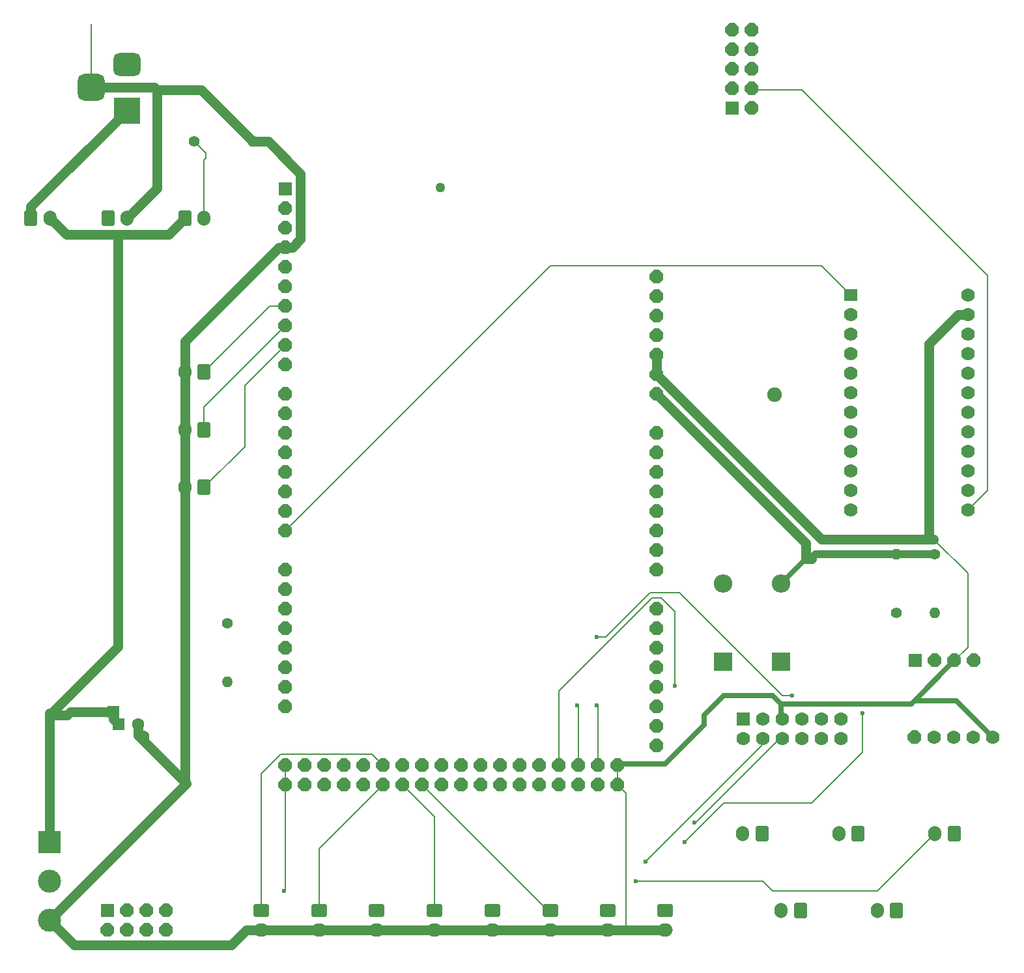
<source format=gbr>
%TF.GenerationSoftware,KiCad,Pcbnew,8.0.5*%
%TF.CreationDate,2024-10-16T12:35:09-06:00*%
%TF.ProjectId,main V4,6d61696e-2056-4342-9e6b-696361645f70,rev?*%
%TF.SameCoordinates,Original*%
%TF.FileFunction,Copper,L2,Inr*%
%TF.FilePolarity,Positive*%
%FSLAX46Y46*%
G04 Gerber Fmt 4.6, Leading zero omitted, Abs format (unit mm)*
G04 Created by KiCad (PCBNEW 8.0.5) date 2024-10-16 12:35:09*
%MOMM*%
%LPD*%
G01*
G04 APERTURE LIST*
G04 Aperture macros list*
%AMRoundRect*
0 Rectangle with rounded corners*
0 $1 Rounding radius*
0 $2 $3 $4 $5 $6 $7 $8 $9 X,Y pos of 4 corners*
0 Add a 4 corners polygon primitive as box body*
4,1,4,$2,$3,$4,$5,$6,$7,$8,$9,$2,$3,0*
0 Add four circle primitives for the rounded corners*
1,1,$1+$1,$2,$3*
1,1,$1+$1,$4,$5*
1,1,$1+$1,$6,$7*
1,1,$1+$1,$8,$9*
0 Add four rect primitives between the rounded corners*
20,1,$1+$1,$2,$3,$4,$5,0*
20,1,$1+$1,$4,$5,$6,$7,0*
20,1,$1+$1,$6,$7,$8,$9,0*
20,1,$1+$1,$8,$9,$2,$3,0*%
%AMOutline5P*
0 Free polygon, 5 corners , with rotation*
0 The origin of the aperture is its center*
0 number of corners: always 5*
0 $1 to $10 corner X, Y*
0 $11 Rotation angle, in degrees counterclockwise*
0 create outline with 5 corners*
4,1,5,$1,$2,$3,$4,$5,$6,$7,$8,$9,$10,$1,$2,$11*%
%AMOutline6P*
0 Free polygon, 6 corners , with rotation*
0 The origin of the aperture is its center*
0 number of corners: always 6*
0 $1 to $12 corner X, Y*
0 $13 Rotation angle, in degrees counterclockwise*
0 create outline with 6 corners*
4,1,6,$1,$2,$3,$4,$5,$6,$7,$8,$9,$10,$11,$12,$1,$2,$13*%
%AMOutline7P*
0 Free polygon, 7 corners , with rotation*
0 The origin of the aperture is its center*
0 number of corners: always 7*
0 $1 to $14 corner X, Y*
0 $15 Rotation angle, in degrees counterclockwise*
0 create outline with 7 corners*
4,1,7,$1,$2,$3,$4,$5,$6,$7,$8,$9,$10,$11,$12,$13,$14,$1,$2,$15*%
%AMOutline8P*
0 Free polygon, 8 corners , with rotation*
0 The origin of the aperture is its center*
0 number of corners: always 8*
0 $1 to $16 corner X, Y*
0 $17 Rotation angle, in degrees counterclockwise*
0 create outline with 8 corners*
4,1,8,$1,$2,$3,$4,$5,$6,$7,$8,$9,$10,$11,$12,$13,$14,$15,$16,$1,$2,$17*%
G04 Aperture macros list end*
%TA.AperFunction,Conductor*%
%ADD10C,0.200000*%
%TD*%
%TA.AperFunction,Conductor*%
%ADD11C,0.635000*%
%TD*%
%TA.AperFunction,ComponentPad*%
%ADD12R,1.600000X1.600000*%
%TD*%
%TA.AperFunction,ComponentPad*%
%ADD13C,1.600000*%
%TD*%
%TA.AperFunction,ComponentPad*%
%ADD14R,1.778000X1.778000*%
%TD*%
%TA.AperFunction,ComponentPad*%
%ADD15Outline8P,-0.889000X0.368236X-0.368236X0.889000X0.368236X0.889000X0.889000X0.368236X0.889000X-0.368236X0.368236X-0.889000X-0.368236X-0.889000X-0.889000X-0.368236X0.000000*%
%TD*%
%TA.AperFunction,ComponentPad*%
%ADD16R,3.500000X3.500000*%
%TD*%
%TA.AperFunction,ComponentPad*%
%ADD17RoundRect,0.750000X-1.000000X0.750000X-1.000000X-0.750000X1.000000X-0.750000X1.000000X0.750000X0*%
%TD*%
%TA.AperFunction,ComponentPad*%
%ADD18RoundRect,0.875000X-0.875000X0.875000X-0.875000X-0.875000X0.875000X-0.875000X0.875000X0.875000X0*%
%TD*%
%TA.AperFunction,ComponentPad*%
%ADD19RoundRect,0.250000X-0.750000X0.600000X-0.750000X-0.600000X0.750000X-0.600000X0.750000X0.600000X0*%
%TD*%
%TA.AperFunction,ComponentPad*%
%ADD20O,2.000000X1.700000*%
%TD*%
%TA.AperFunction,ComponentPad*%
%ADD21C,1.400000*%
%TD*%
%TA.AperFunction,ComponentPad*%
%ADD22O,1.400000X1.400000*%
%TD*%
%TA.AperFunction,ComponentPad*%
%ADD23RoundRect,0.250000X-0.600000X-0.750000X0.600000X-0.750000X0.600000X0.750000X-0.600000X0.750000X0*%
%TD*%
%TA.AperFunction,ComponentPad*%
%ADD24O,1.700000X2.000000*%
%TD*%
%TA.AperFunction,ComponentPad*%
%ADD25RoundRect,0.250000X0.600000X0.750000X-0.600000X0.750000X-0.600000X-0.750000X0.600000X-0.750000X0*%
%TD*%
%TA.AperFunction,ComponentPad*%
%ADD26Outline8P,-0.889000X0.368236X-0.368236X0.889000X0.368236X0.889000X0.889000X0.368236X0.889000X-0.368236X0.368236X-0.889000X-0.368236X-0.889000X-0.889000X-0.368236X90.000000*%
%TD*%
%TA.AperFunction,ComponentPad*%
%ADD27R,2.400000X2.400000*%
%TD*%
%TA.AperFunction,ComponentPad*%
%ADD28O,2.400000X2.400000*%
%TD*%
%TA.AperFunction,ComponentPad*%
%ADD29C,1.778000*%
%TD*%
%TA.AperFunction,ComponentPad*%
%ADD30R,3.000000X3.000000*%
%TD*%
%TA.AperFunction,ComponentPad*%
%ADD31C,3.000000*%
%TD*%
%TA.AperFunction,ComponentPad*%
%ADD32Outline8P,-0.889000X0.368236X-0.368236X0.889000X0.368236X0.889000X0.889000X0.368236X0.889000X-0.368236X0.368236X-0.889000X-0.368236X-0.889000X-0.889000X-0.368236X180.000000*%
%TD*%
%TA.AperFunction,ComponentPad*%
%ADD33C,1.905000*%
%TD*%
%TA.AperFunction,ComponentPad*%
%ADD34R,1.778000X1.524000*%
%TD*%
%TA.AperFunction,ViaPad*%
%ADD35C,1.270000*%
%TD*%
%TA.AperFunction,ViaPad*%
%ADD36C,0.600000*%
%TD*%
%TA.AperFunction,Conductor*%
%ADD37C,1.270000*%
%TD*%
%TA.AperFunction,Conductor*%
%ADD38C,1.016000*%
%TD*%
G04 APERTURE END LIST*
D10*
%TO.N,GND*%
X78740000Y-50800000D02*
X78422500Y-50482500D01*
X78740000Y-50800000D02*
X77470000Y-49530000D01*
X78105000Y-50165000D02*
X78740000Y-50800000D01*
X78740000Y-52070000D02*
X77470000Y-49530000D01*
X78105000Y-50165000D02*
X78740000Y-52070000D01*
D11*
X146050000Y-138430000D02*
X151130000Y-138430000D01*
%TD*%
D12*
%TO.N,/5V*%
%TO.C,C2*%
X80740126Y-131674000D03*
X81411063Y-133274000D03*
D13*
%TO.N,GND*%
X83911063Y-133274000D03*
X84582000Y-134874000D03*
%TD*%
D14*
%TO.N,Net-(R2-Pad1)*%
%TO.C,U$2*%
X184960000Y-125000000D03*
D15*
%TO.N,Net-(R3-Pad2)*%
X187500000Y-125000000D03*
%TO.N,GND*%
X190040000Y-125000000D03*
%TO.N,/5V*%
X192580000Y-125000000D03*
%TD*%
D16*
%TO.N,/RAW_IN*%
%TO.C,J1*%
X82500000Y-53500000D03*
D17*
%TO.N,unconnected-(J1-Pad2)*%
X82500000Y-47500000D03*
D18*
%TO.N,GND*%
X77800000Y-50500000D03*
%TD*%
D19*
%TO.N,Net-(SW6A-S)*%
%TO.C,SW6*%
X137500000Y-157500000D03*
D20*
%TO.N,GND*%
X137500000Y-160000000D03*
%TD*%
D19*
%TO.N,Net-(SW4A-S)*%
%TO.C,SW4*%
X122450000Y-157500000D03*
D20*
%TO.N,GND*%
X122450000Y-160000000D03*
%TD*%
D19*
%TO.N,Net-(SW1A-S)*%
%TO.C,SW1*%
X99950000Y-157500000D03*
D20*
%TO.N,GND*%
X99950000Y-160000000D03*
%TD*%
D21*
%TO.N,Net-(R2-Pad1)*%
%TO.C,R2*%
X182500000Y-118810000D03*
D22*
%TO.N,/5V*%
X182500000Y-111190000D03*
%TD*%
D23*
%TO.N,/5V*%
%TO.C,POWER_LED0*%
X90000000Y-67500000D03*
D24*
%TO.N,Net-(POWER_LED0B-S)*%
X92500000Y-67500000D03*
%TD*%
D25*
%TO.N,Net-(JACK_CON3A-S)*%
%TO.C,JACK_CON3*%
X177500000Y-147500000D03*
D24*
%TO.N,Net-(JACK_CON3B-S)*%
X175000000Y-147500000D03*
%TD*%
D25*
%TO.N,Net-(JACK_CON1A-S)*%
%TO.C,JACK_CON1*%
X165000000Y-147500000D03*
D24*
%TO.N,Net-(JACK_CON1B-S)*%
X162500000Y-147500000D03*
%TD*%
D25*
%TO.N,Net-(SECTION_2_BUTTON0A-KL)*%
%TO.C,SECTION_2_BUTTON0*%
X92500000Y-95000000D03*
D24*
%TO.N,GND*%
X90000000Y-95000000D03*
%TD*%
D19*
%TO.N,Net-(SW5A-S)*%
%TO.C,SW5*%
X129950000Y-157500000D03*
D20*
%TO.N,GND*%
X129950000Y-160000000D03*
%TD*%
D23*
%TO.N,/RESET*%
%TO.C,RESET0*%
X80000000Y-67500000D03*
D24*
%TO.N,GND*%
X82500000Y-67500000D03*
%TD*%
D23*
%TO.N,/RAW_IN*%
%TO.C,PWR_IN0*%
X70000000Y-67500000D03*
D24*
%TO.N,/5V*%
X72500000Y-67500000D03*
%TD*%
D26*
%TO.N,unconnected-(11-Pad3V3)*%
%TO.C,11*%
X163703000Y-43053000D03*
%TO.N,/5V*%
X161163000Y-43053000D03*
D14*
%TO.N,GND*%
X161163000Y-53213000D03*
D26*
X161163000Y-45593000D03*
%TO.N,unconnected-(11-PadINT)*%
X161163000Y-50673000D03*
%TO.N,Net-(U1-12)*%
X163703000Y-45593000D03*
%TO.N,Net-(U1-11)*%
X163703000Y-48133000D03*
%TO.N,/RESET*%
X161163000Y-48133000D03*
%TO.N,Net-(U1-13)*%
X163703000Y-53213000D03*
%TO.N,Net-(U1-10)*%
X163703000Y-50673000D03*
%TD*%
D27*
%TO.N,Net-(D2-K)*%
%TO.C,D2*%
X160000000Y-125160000D03*
D28*
%TO.N,/3V3*%
X160000000Y-115000000D03*
%TD*%
D19*
%TO.N,Net-(SW3A-S)*%
%TO.C,SW3*%
X114950000Y-157500000D03*
D20*
%TO.N,GND*%
X114950000Y-160000000D03*
%TD*%
D25*
%TO.N,Net-(JACK_CON5A-S)*%
%TO.C,JACK_CON5*%
X190000000Y-147500000D03*
D24*
%TO.N,Net-(JACK_CON5B-S)*%
X187500000Y-147500000D03*
%TD*%
D21*
%TO.N,Net-(Neopixel Resistor1-Pad1)*%
%TO.C,Neopixel Resistor*%
X95504000Y-120142000D03*
D22*
%TO.N,Net-(X1B-KL)*%
X95504000Y-127762000D03*
%TD*%
D19*
%TO.N,Net-(SW2A-S)*%
%TO.C,SW2*%
X107450000Y-157500000D03*
D20*
%TO.N,GND*%
X107450000Y-160000000D03*
%TD*%
D14*
%TO.N,Net-(D2-K)*%
%TO.C,C1*%
X162560000Y-132588000D03*
D29*
%TO.N,Net-(D1-K)*%
X165100000Y-132588000D03*
%TO.N,GND*%
X167640000Y-132588000D03*
%TO.N,/MISO*%
X172720000Y-135128000D03*
%TO.N,/MOSI*%
X172720000Y-132588000D03*
%TO.N,/RESET*%
X175260000Y-132588000D03*
%TO.N,/SCK*%
X170180000Y-132588000D03*
%TO.N,/D48*%
X170180000Y-135128000D03*
%TO.N,/D2*%
X162560000Y-135128000D03*
%TO.N,/D53*%
X167640000Y-135128000D03*
%TO.N,Net-(C1-PadTFT_DC)*%
X165100000Y-135128000D03*
%TO.N,/Touch_CS*%
X175260000Y-135128000D03*
%TD*%
D21*
%TO.N,Net-(POWER_LED0B-S)*%
%TO.C,R1*%
X91190000Y-57500000D03*
D22*
%TO.N,GND*%
X98810000Y-57500000D03*
%TD*%
D19*
%TO.N,Net-(SW8A-S)*%
%TO.C,SW8*%
X152450000Y-157500000D03*
D20*
%TO.N,GND*%
X152450000Y-160000000D03*
%TD*%
D14*
%TO.N,Net-(U$1-PadD22)*%
%TO.C,U$4*%
X79960000Y-157460000D03*
D15*
%TO.N,Net-(U$1-PadD23)*%
X82500000Y-157460000D03*
%TO.N,Net-(U$1-PadD24)*%
X85040000Y-157460000D03*
%TO.N,Net-(U$1-PadD25)*%
X87580000Y-157460000D03*
%TO.N,Net-(U$1-PadD26)*%
X79960000Y-160000000D03*
%TO.N,Net-(U$1-PadD27)*%
X82500000Y-160000000D03*
%TO.N,Net-(U$1-PadD28)*%
X85040000Y-160000000D03*
%TO.N,/D29*%
X87580000Y-160000000D03*
%TD*%
D19*
%TO.N,Net-(SW7A-S)*%
%TO.C,SW7*%
X144950000Y-157500000D03*
D20*
%TO.N,GND*%
X144950000Y-160000000D03*
%TD*%
D30*
%TO.N,/5V*%
%TO.C,X1*%
X72390000Y-148590000D03*
D31*
%TO.N,Net-(X1B-KL)*%
X72390000Y-153670000D03*
%TO.N,GND*%
X72390000Y-158750000D03*
%TD*%
D32*
%TO.N,/3V3*%
%TO.C,U$1*%
X151328500Y-80210000D03*
%TO.N,Net-(U$1-5V-Pad5V@1)*%
X151328500Y-82750000D03*
X103068500Y-138630000D03*
X103068500Y-141170000D03*
%TO.N,unconnected-(U$1-PadA0)*%
X151328500Y-95450000D03*
%TO.N,/Touch_CS*%
X151328500Y-97990000D03*
%TO.N,Net-(U2-T_IRQ)*%
X151328500Y-100530000D03*
%TO.N,unconnected-(U$1-PadA3)*%
X151328500Y-103070000D03*
%TO.N,unconnected-(U$1-PadA4)*%
X151328500Y-105610000D03*
%TO.N,unconnected-(U$1-PadA5)*%
X151328500Y-108150000D03*
%TO.N,unconnected-(U$1-PadA6)*%
X151328500Y-110690000D03*
%TO.N,unconnected-(U$1-PadA7)*%
X151328500Y-113230000D03*
%TO.N,unconnected-(U$1-PadA8)*%
X151328500Y-118310000D03*
%TO.N,unconnected-(U$1-PadA9)*%
X151328500Y-120850000D03*
%TO.N,unconnected-(U$1-PadA10)*%
X151328500Y-123390000D03*
%TO.N,unconnected-(U$1-PadA11)*%
X151328500Y-125930000D03*
%TO.N,unconnected-(U$1-PadA12)*%
X151328500Y-128470000D03*
%TO.N,unconnected-(U$1-PadA13)*%
X151328500Y-131010000D03*
%TO.N,unconnected-(U$1-PadA14)*%
X151328500Y-133550000D03*
%TO.N,unconnected-(U$1-PadA15)*%
X151328500Y-136090000D03*
%TO.N,unconnected-(U$1-PadAREF)*%
X103068500Y-68780000D03*
%TO.N,Net-(U1-TXD)*%
X103068500Y-108150000D03*
%TO.N,Net-(U1-RXI)*%
X103068500Y-105610000D03*
%TO.N,/D2*%
X103068500Y-103070000D03*
%TO.N,unconnected-(U$1-PadD3)*%
X103068500Y-100530000D03*
%TO.N,Net-(R2-Pad1)*%
X103068500Y-97990000D03*
%TO.N,Net-(R3-Pad2)*%
X103068500Y-95450000D03*
%TO.N,unconnected-(U$1-PadD6)*%
X103068500Y-92910000D03*
%TO.N,unconnected-(U$1-PadD7)*%
X103068500Y-90370000D03*
%TO.N,Net-(Neopixel Resistor1-Pad1)*%
X103068500Y-86560000D03*
%TO.N,Net-(SECTION_1_BUTTON0A-KL)*%
X103068500Y-84020000D03*
%TO.N,Net-(SECTION_2_BUTTON0A-KL)*%
X103068500Y-81480000D03*
%TO.N,Net-(SECTION_3_BUTTON0A-KL)*%
X103068500Y-78940000D03*
%TO.N,unconnected-(U$1-PadD12)*%
X103068500Y-76400000D03*
%TO.N,unconnected-(U$1-PadD13)*%
X103068500Y-73860000D03*
%TO.N,unconnected-(U$1-PadD14)*%
X103068500Y-113230000D03*
%TO.N,unconnected-(U$1-PadD15)*%
X103068500Y-115770000D03*
%TO.N,unconnected-(U$1-PadD16)*%
X103068500Y-118310000D03*
%TO.N,unconnected-(U$1-PadD17)*%
X103068500Y-120850000D03*
%TO.N,unconnected-(U$1-PadD18)*%
X103068500Y-123390000D03*
%TO.N,unconnected-(U$1-PadD19)*%
X103068500Y-125930000D03*
%TO.N,Net-(U$1-PadD20)*%
X103068500Y-128470000D03*
%TO.N,/D21*%
X103068500Y-131010000D03*
%TO.N,Net-(U$1-PadD22)*%
X105608500Y-138630000D03*
%TO.N,Net-(U$1-PadD23)*%
X105608500Y-141170000D03*
%TO.N,Net-(U$1-PadD24)*%
X108148500Y-138630000D03*
%TO.N,Net-(U$1-PadD25)*%
X108148500Y-141170000D03*
%TO.N,Net-(U$1-PadD26)*%
X110688500Y-138630000D03*
%TO.N,Net-(U$1-PadD27)*%
X110688500Y-141170000D03*
%TO.N,Net-(U$1-PadD28)*%
X113228500Y-138630000D03*
%TO.N,/D29*%
X113228500Y-141170000D03*
%TO.N,Net-(SW1A-S)*%
X115768500Y-138630000D03*
%TO.N,Net-(SW2A-S)*%
X115768500Y-141170000D03*
%TO.N,Net-(SW3A-S)*%
X118308500Y-138630000D03*
%TO.N,Net-(SW4A-S)*%
X118308500Y-141170000D03*
%TO.N,Net-(SW5A-S)*%
X120848500Y-138630000D03*
%TO.N,Net-(SW6A-S)*%
X120848500Y-141170000D03*
%TO.N,Net-(SW7A-S)*%
X123388500Y-138630000D03*
%TO.N,Net-(SW8A-S)*%
X123388500Y-141170000D03*
%TO.N,Net-(JACK_CON1A-S)*%
X125928500Y-138630000D03*
%TO.N,Net-(JACK_CON1B-S)*%
X125928500Y-141170000D03*
%TO.N,Net-(JACK_CON2A-S)*%
X128468500Y-138630000D03*
%TO.N,Net-(JACK_CON2B-S)*%
X128468500Y-141170000D03*
%TO.N,Net-(JACK_CON3A-S)*%
X131008500Y-138630000D03*
%TO.N,Net-(JACK_CON3B-S)*%
X131008500Y-141170000D03*
%TO.N,Net-(JACK_CON4A-S)*%
X133548500Y-138630000D03*
%TO.N,Net-(JACK_CON4B-S)*%
X133548500Y-141170000D03*
%TO.N,Net-(JACK_CON5A-S)*%
X136088500Y-138630000D03*
%TO.N,Net-(JACK_CON5B-S)*%
X136088500Y-141170000D03*
%TO.N,/D48*%
X138628500Y-138630000D03*
%TO.N,Net-(C1-PadTFT_DC)*%
X138628500Y-141170000D03*
%TO.N,/MISO*%
X141168500Y-138630000D03*
%TO.N,/MOSI*%
X141168500Y-141170000D03*
%TO.N,/SCK*%
X143708500Y-138630000D03*
%TO.N,/D53*%
X143708500Y-141170000D03*
%TO.N,GND*%
X103068500Y-71320000D03*
X151328500Y-87830000D03*
X151328500Y-85290000D03*
X146248500Y-138630000D03*
X146248500Y-141170000D03*
%TO.N,unconnected-(U$1-PadIOREF)*%
X151328500Y-75130000D03*
%TO.N,/RESET*%
X151328500Y-77670000D03*
D14*
%TO.N,unconnected-(U$1-PadSCL)*%
X103068500Y-63700000D03*
D32*
%TO.N,unconnected-(U$1-PadSDA)*%
X103068500Y-66240000D03*
%TO.N,/5V*%
X151328500Y-90370000D03*
%TD*%
D33*
%TO.N,Net-(U2-T_IRQ)*%
%TO.C,U2*%
X166624000Y-90424000D03*
%TD*%
D25*
%TO.N,Net-(JACK_CON2A-S)*%
%TO.C,JACK_CON2*%
X170000000Y-157500000D03*
D24*
%TO.N,Net-(JACK_CON2B-S)*%
X167500000Y-157500000D03*
%TD*%
D25*
%TO.N,Net-(SECTION_1_BUTTON0A-KL)*%
%TO.C,SECTION_1_BUTTON0*%
X92500000Y-102500000D03*
D24*
%TO.N,GND*%
X90000000Y-102500000D03*
%TD*%
D34*
%TO.N,Net-(U1-TXD)*%
%TO.C,U1*%
X176530000Y-77470000D03*
D29*
%TO.N,Net-(U1-RXI)*%
X176530000Y-80010000D03*
%TO.N,unconnected-(U1-GND{slash}RST-Pad2)*%
X176530000Y-82550000D03*
%TO.N,unconnected-(U1-GND-Pad3)*%
X176530000Y-85090000D03*
%TO.N,unconnected-(U1-2-Pad4)*%
X176530000Y-87630000D03*
%TO.N,unconnected-(U1-3-Pad5)*%
X176530000Y-90170000D03*
%TO.N,unconnected-(U1-4-Pad6)*%
X176530000Y-92710000D03*
%TO.N,unconnected-(U1-5-Pad7)*%
X176530000Y-95250000D03*
%TO.N,unconnected-(U1-6-Pad8)*%
X176530000Y-97790000D03*
%TO.N,unconnected-(U1-7-Pad9)*%
X176530000Y-100330000D03*
%TO.N,unconnected-(U1-8-Pad10)*%
X176530000Y-102870000D03*
%TO.N,unconnected-(U1-9-Pad11)*%
X176530000Y-105410000D03*
%TO.N,Net-(U1-10)*%
X191770000Y-105410000D03*
%TO.N,Net-(U1-11)*%
X191770000Y-102870000D03*
%TO.N,Net-(U1-12)*%
X191770000Y-100330000D03*
%TO.N,Net-(U1-13)*%
X191770000Y-97790000D03*
%TO.N,unconnected-(U1-A0-Pad16)*%
X191770000Y-95250000D03*
%TO.N,unconnected-(U1-A1-Pad17)*%
X191770000Y-92710000D03*
%TO.N,unconnected-(U1-A2-Pad18)*%
X191770000Y-90170000D03*
%TO.N,unconnected-(U1-A3-Pad19)*%
X191770000Y-87630000D03*
%TO.N,/5V*%
X191770000Y-85090000D03*
%TO.N,/RESET*%
X191770000Y-82550000D03*
%TO.N,GND*%
X191770000Y-80010000D03*
%TO.N,unconnected-(U1-RAW-Pad23)*%
X191770000Y-77470000D03*
%TD*%
D25*
%TO.N,Net-(JACK_CON4A-S)*%
%TO.C,JACK_CON4*%
X182500000Y-157500000D03*
D24*
%TO.N,Net-(JACK_CON4B-S)*%
X180000000Y-157500000D03*
%TD*%
D21*
%TO.N,/5V*%
%TO.C,R3*%
X187500000Y-111190000D03*
D22*
%TO.N,Net-(R3-Pad2)*%
X187500000Y-118810000D03*
%TD*%
D29*
%TO.N,/5V*%
%TO.C,U$5*%
X192500000Y-135000000D03*
D15*
%TO.N,/D21*%
X184880000Y-135000000D03*
D29*
%TO.N,Net-(U$1-PadD20)*%
X187420000Y-135000000D03*
%TO.N,GND*%
X195040000Y-135000000D03*
%TO.N,unconnected-(U$5-PadSW)*%
X189960000Y-135000000D03*
%TD*%
D25*
%TO.N,Net-(SECTION_3_BUTTON0A-KL)*%
%TO.C,SECTION_3_BUTTON0*%
X92500000Y-87500000D03*
D24*
%TO.N,GND*%
X90000000Y-87500000D03*
%TD*%
D27*
%TO.N,Net-(D1-K)*%
%TO.C,D1*%
X167500000Y-125160000D03*
D28*
%TO.N,/5V*%
X167500000Y-115000000D03*
%TD*%
D35*
%TO.N,/5V*%
X123190000Y-63500000D03*
D36*
%TO.N,Net-(JACK_CON5B-S)*%
X148590000Y-153670000D03*
%TO.N,/SCK*%
X143510000Y-121920000D03*
X168910000Y-129540000D03*
X143510000Y-130810000D03*
%TO.N,/MOSI*%
X178054000Y-131826000D03*
X154940000Y-148590000D03*
%TO.N,/D48*%
X153670000Y-128270000D03*
%TO.N,Net-(U$1-5V-Pad5V@1)*%
X102870000Y-154940000D03*
%TO.N,/D53*%
X156210000Y-146050000D03*
%TO.N,/MISO*%
X140970000Y-130810000D03*
%TO.N,Net-(C1-PadTFT_DC)*%
X149860000Y-151130000D03*
%TD*%
D37*
%TO.N,GND*%
X83911063Y-134711063D02*
X83911063Y-133274000D01*
X90170000Y-140970000D02*
X83911063Y-134711063D01*
%TO.N,/5V*%
X80740126Y-131674000D02*
X80740126Y-132603063D01*
X80740126Y-132603063D02*
X81411063Y-133274000D01*
X75082000Y-131674000D02*
X80740126Y-131674000D01*
X74676000Y-132080000D02*
X75082000Y-131674000D01*
X72390000Y-132080000D02*
X74676000Y-132080000D01*
D11*
X167500000Y-115000000D02*
X170740000Y-111760000D01*
D37*
X170740000Y-111760000D02*
X171450000Y-111760000D01*
X81280000Y-69592200D02*
X87907800Y-69592200D01*
X72390000Y-132080000D02*
X81280000Y-123190000D01*
D38*
X172020000Y-111190000D02*
X187500000Y-111190000D01*
D37*
X72390000Y-131818160D02*
X72390000Y-132080000D01*
X81280000Y-123190000D02*
X81280000Y-69592200D01*
D38*
X171450000Y-111760000D02*
X172020000Y-111190000D01*
D37*
X170740000Y-109781500D02*
X151328500Y-90370000D01*
X87907800Y-69592200D02*
X90000000Y-67500000D01*
X72390000Y-132080000D02*
X72390000Y-148590000D01*
X170740000Y-111760000D02*
X170740000Y-109781500D01*
X74592200Y-69592200D02*
X81280000Y-69592200D01*
X72500000Y-67500000D02*
X74592200Y-69592200D01*
%TO.N,/RAW_IN*%
X82500000Y-53500000D02*
X70000000Y-66000000D01*
X70000000Y-66000000D02*
X70000000Y-67500000D01*
D10*
%TO.N,GND*%
X191770000Y-123270000D02*
X191770000Y-113682050D01*
D37*
X98810000Y-57500000D02*
X100830900Y-57500000D01*
D10*
X77800000Y-50500000D02*
X77770000Y-50500000D01*
D37*
X90170000Y-140970000D02*
X90000000Y-140800000D01*
X90000000Y-85090000D02*
X90000000Y-102500000D01*
D10*
X151130000Y-87631500D02*
X151130000Y-87630000D01*
D37*
X86360000Y-50800000D02*
X92110000Y-50800000D01*
D11*
X157480000Y-132080000D02*
X160020000Y-129540000D01*
X184825000Y-130215000D02*
X190255000Y-130215000D01*
X167460000Y-130630000D02*
X184410000Y-130630000D01*
D10*
X147320000Y-142241500D02*
X147320000Y-160000000D01*
D37*
X86360000Y-50800000D02*
X86360000Y-63640000D01*
D10*
X151328500Y-87830000D02*
X151130000Y-87631500D01*
D37*
X186690000Y-109220000D02*
X186690000Y-83832765D01*
X103957500Y-71320000D02*
X103068500Y-71320000D01*
D11*
X167460000Y-130630000D02*
X167460000Y-132460000D01*
D37*
X186690000Y-83832765D02*
X190512765Y-80010000D01*
X95998800Y-161981200D02*
X97980000Y-160000000D01*
X86360000Y-63640000D02*
X82500000Y-67500000D01*
X103068500Y-71320000D02*
X102179500Y-71320000D01*
D11*
X184410000Y-130630000D02*
X184825000Y-130215000D01*
D37*
X187307950Y-109220000D02*
X186690000Y-109220000D01*
D11*
X190255000Y-130215000D02*
X195040000Y-135000000D01*
D37*
X90000000Y-140800000D02*
X90000000Y-102500000D01*
X105049700Y-70227800D02*
X103957500Y-71320000D01*
D10*
X191770000Y-113682050D02*
X187307950Y-109220000D01*
X77800000Y-50500000D02*
X78740000Y-51440000D01*
D37*
X100830900Y-57500000D02*
X105049700Y-61718800D01*
X86060000Y-50500000D02*
X86360000Y-50800000D01*
X75621200Y-161981200D02*
X95998800Y-161981200D01*
X97980000Y-160000000D02*
X147320000Y-160000000D01*
X86060000Y-50500000D02*
X77800000Y-50500000D01*
X90000000Y-85090000D02*
X90000000Y-87500000D01*
D10*
X77770000Y-50500000D02*
X77470000Y-50800000D01*
D11*
X151130000Y-138430000D02*
X152400000Y-138430000D01*
D37*
X147320000Y-160000000D02*
X152450000Y-160000000D01*
D11*
X152400000Y-138430000D02*
X157480000Y-133350000D01*
D10*
X146248500Y-141170000D02*
X147320000Y-142241500D01*
D37*
X151328500Y-87830000D02*
X151328500Y-85290000D01*
D11*
X184410000Y-130630000D02*
X190040000Y-125000000D01*
D37*
X190512765Y-80010000D02*
X191770000Y-80010000D01*
D10*
X77800000Y-50500000D02*
X77800000Y-42240000D01*
D37*
X72390000Y-158750000D02*
X75621200Y-161981200D01*
D11*
X166370000Y-129540000D02*
X167460000Y-130630000D01*
D37*
X90000000Y-83499500D02*
X90000000Y-85090000D01*
D11*
X157480000Y-133350000D02*
X157480000Y-132080000D01*
D37*
X172718500Y-109220000D02*
X151328500Y-87830000D01*
X92110000Y-50800000D02*
X98810000Y-57500000D01*
D10*
X78740000Y-51440000D02*
X78740000Y-52070000D01*
D11*
X160020000Y-129540000D02*
X166370000Y-129540000D01*
D37*
X90170000Y-140970000D02*
X72390000Y-158750000D01*
X105049700Y-61718800D02*
X105049700Y-70227800D01*
X102179500Y-71320000D02*
X90000000Y-83499500D01*
X97980000Y-160000000D02*
X99950000Y-160000000D01*
D10*
X190040000Y-125000000D02*
X191770000Y-123270000D01*
X146248500Y-138630000D02*
X146248500Y-141170000D01*
D37*
X186690000Y-109220000D02*
X172718500Y-109220000D01*
D10*
%TO.N,Net-(JACK_CON1A-S)*%
X165100000Y-147320000D02*
X165000000Y-147420000D01*
X165000000Y-147500000D02*
X165000000Y-147420000D01*
%TO.N,Net-(JACK_CON2B-S)*%
X128468500Y-141170000D02*
X128468500Y-141168500D01*
X128468500Y-141168500D02*
X128270000Y-140970000D01*
%TO.N,Net-(JACK_CON5B-S)*%
X165100000Y-153670000D02*
X148590000Y-153670000D01*
X180060000Y-154940000D02*
X166370000Y-154940000D01*
X187500000Y-147500000D02*
X180060000Y-154940000D01*
X166370000Y-154940000D02*
X165100000Y-153670000D01*
%TO.N,Net-(POWER_LED0B-S)*%
X92500000Y-59900000D02*
X92500000Y-67500000D01*
X91190000Y-57500000D02*
X92710000Y-59020000D01*
X92710000Y-59690000D02*
X92500000Y-59900000D01*
X92710000Y-59020000D02*
X92710000Y-59690000D01*
%TO.N,Net-(SECTION_1_BUTTON0A-KL)*%
X97790000Y-89298500D02*
X97790000Y-97210000D01*
X97790000Y-97210000D02*
X92500000Y-102500000D01*
X103068500Y-84020000D02*
X97790000Y-89298500D01*
%TO.N,Net-(SECTION_2_BUTTON0A-KL)*%
X103068500Y-81480000D02*
X92500000Y-92048500D01*
X92500000Y-92048500D02*
X92500000Y-95000000D01*
%TO.N,Net-(SECTION_3_BUTTON0A-KL)*%
X101060000Y-78940000D02*
X92500000Y-87500000D01*
X103068500Y-78940000D02*
X101060000Y-78940000D01*
%TO.N,Net-(SW1A-S)*%
X114322300Y-137183800D02*
X115768500Y-138630000D01*
X99950000Y-139703264D02*
X102469464Y-137183800D01*
X102469464Y-137183800D02*
X114322300Y-137183800D01*
X99950000Y-157500000D02*
X99950000Y-139703264D01*
%TO.N,Net-(SW2A-S)*%
X107450000Y-149488500D02*
X115768500Y-141170000D01*
X107450000Y-157500000D02*
X107450000Y-149488500D01*
%TO.N,Net-(SW3A-S)*%
X114950000Y-157500000D02*
X115550000Y-157500000D01*
X114320000Y-157500000D02*
X114300000Y-157480000D01*
X114950000Y-157500000D02*
X114970000Y-157480000D01*
X114320000Y-157500000D02*
X114950000Y-157500000D01*
X114970000Y-157480000D02*
X115570000Y-157480000D01*
%TO.N,Net-(SW4A-S)*%
X122450000Y-157500000D02*
X122450000Y-145311500D01*
X122450000Y-145311500D02*
X118308500Y-141170000D01*
%TO.N,Net-(SW5A-S)*%
X129560000Y-157500000D02*
X129540000Y-157480000D01*
X129950000Y-157500000D02*
X129560000Y-157500000D01*
%TO.N,Net-(SW6A-S)*%
X137178500Y-157500000D02*
X120848500Y-141170000D01*
X137500000Y-157500000D02*
X137178500Y-157500000D01*
%TO.N,Net-(SW8A-S)*%
X152420000Y-157500000D02*
X152400000Y-157480000D01*
X152450000Y-157500000D02*
X152420000Y-157500000D01*
%TO.N,Net-(U1-TXD)*%
X137534700Y-73683800D02*
X172743800Y-73683800D01*
X172743800Y-73683800D02*
X176530000Y-77470000D01*
X103068500Y-108150000D02*
X137534700Y-73683800D01*
%TO.N,/SCK*%
X167640000Y-129540000D02*
X168910000Y-129540000D01*
X143708500Y-138630000D02*
X143708500Y-131008500D01*
X144743842Y-121920000D02*
X150481042Y-116182800D01*
X143510000Y-130810000D02*
X143708500Y-131008500D01*
X154282800Y-116182800D02*
X167640000Y-129540000D01*
X150481042Y-116182800D02*
X154282800Y-116182800D01*
X143510000Y-121920000D02*
X144743842Y-121920000D01*
%TO.N,/MOSI*%
X178054000Y-136906000D02*
X178054000Y-131826000D01*
X154940000Y-148590000D02*
X160020000Y-143510000D01*
X171450000Y-143510000D02*
X178054000Y-136906000D01*
X160020000Y-143510000D02*
X171450000Y-143510000D01*
%TO.N,/D48*%
X151903736Y-116840000D02*
X153670000Y-118606264D01*
X138628500Y-128964764D02*
X150753264Y-116840000D01*
X138628500Y-138630000D02*
X138628500Y-128964764D01*
X150753264Y-116840000D02*
X151903736Y-116840000D01*
X153670000Y-118606264D02*
X153670000Y-128270000D01*
%TO.N,Net-(U$1-5V-Pad5V@1)*%
X103068500Y-138630000D02*
X103068500Y-154741500D01*
X103068500Y-154741500D02*
X102870000Y-154940000D01*
%TO.N,/D53*%
X156410000Y-146050000D02*
X167460000Y-135000000D01*
X156210000Y-146050000D02*
X156410000Y-146050000D01*
%TO.N,/MISO*%
X141168500Y-138630000D02*
X141168500Y-131008500D01*
X141168500Y-131008500D02*
X140970000Y-130810000D01*
%TO.N,Net-(C1-PadTFT_DC)*%
X149860000Y-151130000D02*
X164920000Y-136070000D01*
X164920000Y-136070000D02*
X164920000Y-135000000D01*
%TO.N,Net-(U1-10)*%
X194310000Y-74930000D02*
X194310000Y-102870000D01*
X170180000Y-50800000D02*
X194310000Y-74930000D01*
X163830000Y-50800000D02*
X170180000Y-50800000D01*
X194310000Y-102870000D02*
X191770000Y-105410000D01*
%TD*%
M02*

</source>
